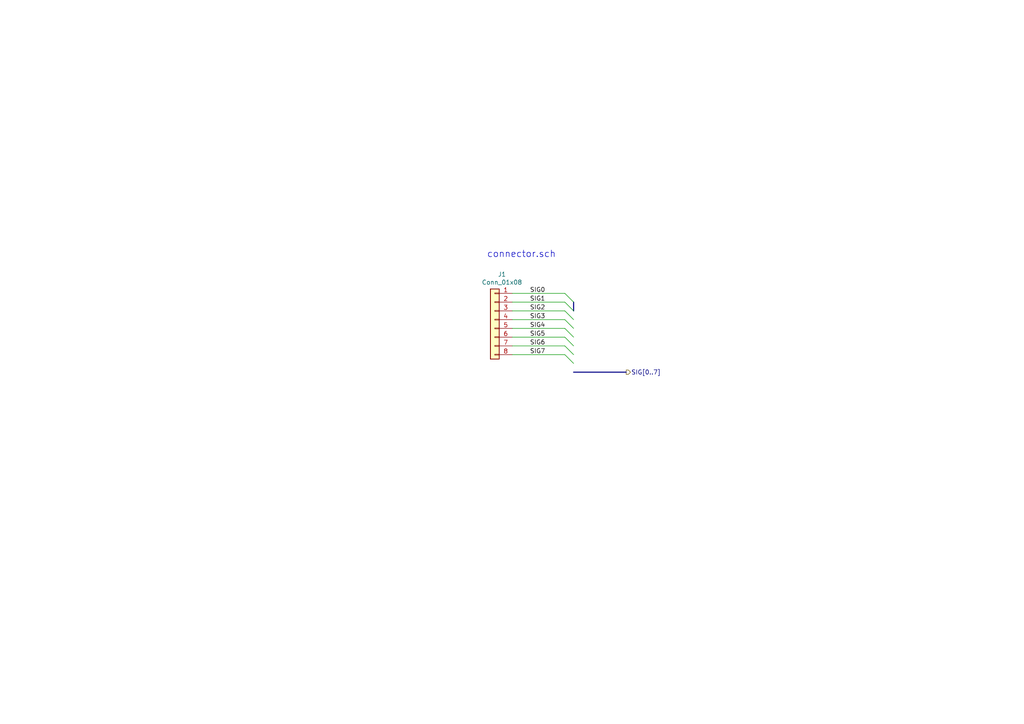
<source format=kicad_sch>
(kicad_sch (version 20210621) (generator eeschema)
  (paper "A4")
  (lib_symbols
    (symbol "Connector_Generic:Conn_01x08" (pin_names (offset 1.016) hide)
      (property "Reference" "J" (at 0 10.16 0))
      (property "Value" "Conn_01x08" (at 0 -12.7 0))
      (symbol "Conn_01x08_1_1"
        (rectangle (start -1.27 -10.033) (end 0 -10.287) (stroke (width 0.1524)))
        (rectangle (start -1.27 -7.493) (end 0 -7.747) (stroke (width 0.1524)))
        (rectangle (start -1.27 -4.953) (end 0 -5.207) (stroke (width 0.1524)))
        (rectangle (start -1.27 -2.413) (end 0 -2.667) (stroke (width 0.1524)))
        (rectangle (start -1.27 0.127) (end 0 -0.127) (stroke (width 0.1524)))
        (rectangle (start -1.27 2.667) (end 0 2.413) (stroke (width 0.1524)))
        (rectangle (start -1.27 5.207) (end 0 4.953) (stroke (width 0.1524)))
        (rectangle (start -1.27 7.747) (end 0 7.493) (stroke (width 0.1524)))
        (rectangle (start -1.27 8.89) (end 1.27 -11.43) (stroke (width 0.254)) (fill (type background)))
        (pin passive line (at -5.08 7.62 0) (length 3.81) (name "Pin_1") (number "1"))
        (pin passive line (at -5.08 5.08 0) (length 3.81) (name "Pin_2") (number "2"))
        (pin passive line (at -5.08 2.54 0) (length 3.81) (name "Pin_3") (number "3"))
        (pin passive line (at -5.08 0 0) (length 3.81) (name "Pin_4") (number "4"))
        (pin passive line (at -5.08 -2.54 0) (length 3.81) (name "Pin_5") (number "5"))
        (pin passive line (at -5.08 -5.08 0) (length 3.81) (name "Pin_6") (number "6"))
        (pin passive line (at -5.08 -7.62 0) (length 3.81) (name "Pin_7") (number "7"))
        (pin passive line (at -5.08 -10.16 0) (length 3.81) (name "Pin_8") (number "8"))
      )
    )
  )
  (bus_entry (at 163.83 85.09) (size 2.54 2.54))
  (bus_entry (at 163.83 87.63) (size 2.54 2.54))
  (bus_entry (at 163.83 90.17) (size 2.54 2.54))
  (bus_entry (at 163.83 92.71) (size 2.54 2.54))
  (bus_entry (at 163.83 95.25) (size 2.54 2.54))
  (bus_entry (at 163.83 97.79) (size 2.54 2.54))
  (bus_entry (at 163.83 100.33) (size 2.54 2.54))
  (bus_entry (at 163.83 102.87) (size 2.54 2.54))
  (wire (pts (xy 148.59 85.09) (xy 163.83 85.09)))
  (wire (pts (xy 148.59 87.63) (xy 163.83 87.63)))
  (wire (pts (xy 148.59 90.17) (xy 163.83 90.17)))
  (wire (pts (xy 148.59 92.71) (xy 163.83 92.71)))
  (wire (pts (xy 148.59 95.25) (xy 163.83 95.25)))
  (wire (pts (xy 148.59 97.79) (xy 163.83 97.79)))
  (wire (pts (xy 148.59 100.33) (xy 163.83 100.33)))
  (wire (pts (xy 148.59 102.87) (xy 163.83 102.87)))
  (bus (pts (xy 166.37 87.63) (xy 166.37 107.95)))
  (bus (pts (xy 166.37 107.95) (xy 181.61 107.95)))
  (text "connector.sch" (at 161.29 74.93 180) (effects (font (size 1.905 1.905)) (justify right bottom)))
  (label "SIG0" (at 153.67 85.09 0))
  (label "SIG1" (at 153.67 87.63 0))
  (label "SIG2" (at 153.67 90.17 0))
  (label "SIG3" (at 153.67 92.71 0))
  (label "SIG4" (at 153.67 95.25 0))
  (label "SIG5" (at 153.67 97.79 0))
  (label "SIG6" (at 153.67 100.33 0))
  (label "SIG7" (at 153.67 102.87 0))
  (hierarchical_label "SIG[0..7]" (shape output) (at 181.61 107.95 0))
  (symbol (lib_id "Connector_Generic:Conn_01x08") (at 143.51 92.71 0) (mirror y) (unit 1)
    (property "Reference" "J1" (at 145.5928 79.5782 0))
    (property "Value" "Conn_01x08" (at 145.5928 81.8896 0))
  )
)
</source>
